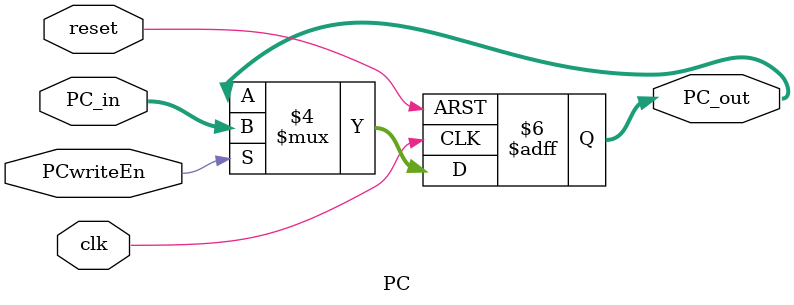
<source format=v>
`timescale 1ns / 1ps
module PC(
    input [31:0] PC_in,
    output reg[31:0] PC_out,
    input clk,
    input reset,
	 input PCwriteEn
    );
		always @ (posedge clk or posedge reset)
			begin
				if(reset==1'b1)
				begin
					PC_out <= 0;
				end
				else if(PCwriteEn==1'b1)
				begin
					PC_out <= PC_in;
				end
			end
endmodule

</source>
